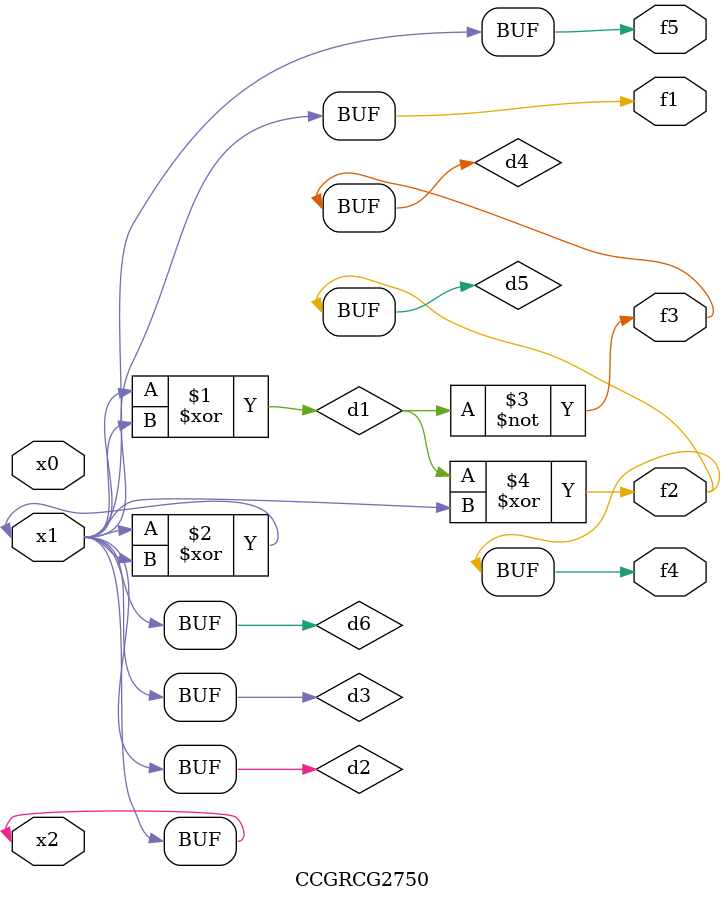
<source format=v>
module CCGRCG2750(
	input x0, x1, x2,
	output f1, f2, f3, f4, f5
);

	wire d1, d2, d3, d4, d5, d6;

	xor (d1, x1, x2);
	buf (d2, x1, x2);
	xor (d3, x1, x2);
	nor (d4, d1);
	xor (d5, d1, d2);
	buf (d6, d2, d3);
	assign f1 = d6;
	assign f2 = d5;
	assign f3 = d4;
	assign f4 = d5;
	assign f5 = d6;
endmodule

</source>
